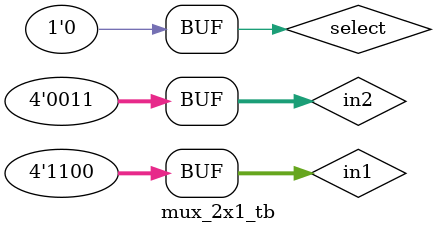
<source format=v>

`include "2x1_mux.v"

module mux_2x1_tb();
  
  reg [3:0]in1 = 4'b0011;
  reg [3:0]in2 = 4'b1011;
  
  reg select = 1'b0;
  
  wire [3:0]out;
  
  mux_2x1 mux_test(
  			
    .select(select),
    .in1(in1),
    .in2(in2),
    .out(out)  
  );
  
  
  initial
    
    begin
      
      $dumpfile("dump.vcd"); 
      $dumpvars(0, mux_test);
      
      select = 1'b1;
      in1 = 4'b0010;
      #5;
      
      select = 1'b0;
      in1 = 4'b1111;
      in2 = 4'b1110;
      #5;
      
      select = 1'b1;
      in1 = 4'b1100;
      in2 = 4'b0011;
      #5;
      
      select = 1'b0;
      #5;
      
    end
  
endmodule
      
</source>
